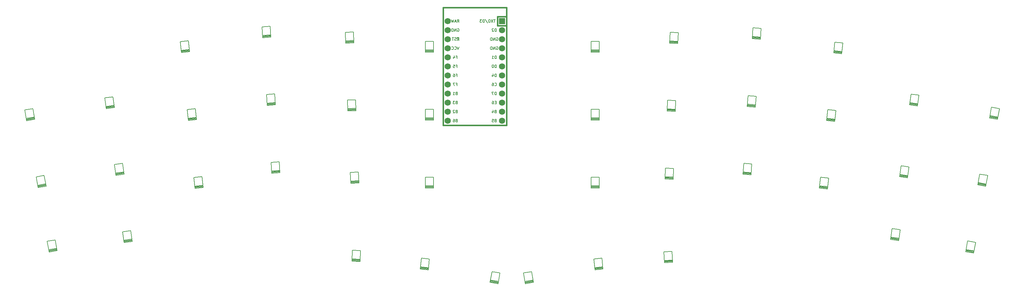
<source format=gbr>
%TF.GenerationSoftware,KiCad,Pcbnew,(6.0.0-0)*%
%TF.CreationDate,2022-01-05T10:07:55+07:00*%
%TF.ProjectId,kibod-01,6b69626f-642d-4303-912e-6b696361645f,rev?*%
%TF.SameCoordinates,Original*%
%TF.FileFunction,Legend,Bot*%
%TF.FilePolarity,Positive*%
%FSLAX46Y46*%
G04 Gerber Fmt 4.6, Leading zero omitted, Abs format (unit mm)*
G04 Created by KiCad (PCBNEW (6.0.0-0)) date 2022-01-05 10:07:55*
%MOMM*%
%LPD*%
G01*
G04 APERTURE LIST*
%ADD10C,0.150000*%
%ADD11C,0.203200*%
%ADD12C,0.381000*%
%ADD13R,1.752600X1.752600*%
%ADD14C,1.752600*%
G04 APERTURE END LIST*
D10*
%TO.C,U1*%
X136404333Y-60395714D02*
X136442428Y-60433809D01*
X136556714Y-60471904D01*
X136632904Y-60471904D01*
X136747190Y-60433809D01*
X136823380Y-60357619D01*
X136861476Y-60281428D01*
X136899571Y-60129047D01*
X136899571Y-60014761D01*
X136861476Y-59862380D01*
X136823380Y-59786190D01*
X136747190Y-59710000D01*
X136632904Y-59671904D01*
X136556714Y-59671904D01*
X136442428Y-59710000D01*
X136404333Y-59748095D01*
X135718619Y-59671904D02*
X135871000Y-59671904D01*
X135947190Y-59710000D01*
X135985285Y-59748095D01*
X136061476Y-59862380D01*
X136099571Y-60014761D01*
X136099571Y-60319523D01*
X136061476Y-60395714D01*
X136023380Y-60433809D01*
X135947190Y-60471904D01*
X135794809Y-60471904D01*
X135718619Y-60433809D01*
X135680523Y-60395714D01*
X135642428Y-60319523D01*
X135642428Y-60129047D01*
X135680523Y-60052857D01*
X135718619Y-60014761D01*
X135794809Y-59976666D01*
X135947190Y-59976666D01*
X136023380Y-60014761D01*
X136061476Y-60052857D01*
X136099571Y-60129047D01*
X126415666Y-49511904D02*
X126149000Y-50311904D01*
X125882333Y-49511904D01*
X125158523Y-50235714D02*
X125196619Y-50273809D01*
X125310904Y-50311904D01*
X125387095Y-50311904D01*
X125501380Y-50273809D01*
X125577571Y-50197619D01*
X125615666Y-50121428D01*
X125653761Y-49969047D01*
X125653761Y-49854761D01*
X125615666Y-49702380D01*
X125577571Y-49626190D01*
X125501380Y-49550000D01*
X125387095Y-49511904D01*
X125310904Y-49511904D01*
X125196619Y-49550000D01*
X125158523Y-49588095D01*
X124358523Y-50235714D02*
X124396619Y-50273809D01*
X124510904Y-50311904D01*
X124587095Y-50311904D01*
X124701380Y-50273809D01*
X124777571Y-50197619D01*
X124815666Y-50121428D01*
X124853761Y-49969047D01*
X124853761Y-49854761D01*
X124815666Y-49702380D01*
X124777571Y-49626190D01*
X124701380Y-49550000D01*
X124587095Y-49511904D01*
X124510904Y-49511904D01*
X124396619Y-49550000D01*
X124358523Y-49588095D01*
X136880523Y-49550000D02*
X136956714Y-49511904D01*
X137071000Y-49511904D01*
X137185285Y-49550000D01*
X137261476Y-49626190D01*
X137299571Y-49702380D01*
X137337666Y-49854761D01*
X137337666Y-49969047D01*
X137299571Y-50121428D01*
X137261476Y-50197619D01*
X137185285Y-50273809D01*
X137071000Y-50311904D01*
X136994809Y-50311904D01*
X136880523Y-50273809D01*
X136842428Y-50235714D01*
X136842428Y-49969047D01*
X136994809Y-49969047D01*
X136499571Y-50311904D02*
X136499571Y-49511904D01*
X136042428Y-50311904D01*
X136042428Y-49511904D01*
X135661476Y-50311904D02*
X135661476Y-49511904D01*
X135471000Y-49511904D01*
X135356714Y-49550000D01*
X135280523Y-49626190D01*
X135242428Y-49702380D01*
X135204333Y-49854761D01*
X135204333Y-49969047D01*
X135242428Y-50121428D01*
X135280523Y-50197619D01*
X135356714Y-50273809D01*
X135471000Y-50311904D01*
X135661476Y-50311904D01*
X125615666Y-54972857D02*
X125882333Y-54972857D01*
X125882333Y-55391904D02*
X125882333Y-54591904D01*
X125501380Y-54591904D01*
X124815666Y-54591904D02*
X125196619Y-54591904D01*
X125234714Y-54972857D01*
X125196619Y-54934761D01*
X125120428Y-54896666D01*
X124929952Y-54896666D01*
X124853761Y-54934761D01*
X124815666Y-54972857D01*
X124777571Y-55049047D01*
X124777571Y-55239523D01*
X124815666Y-55315714D01*
X124853761Y-55353809D01*
X124929952Y-55391904D01*
X125120428Y-55391904D01*
X125196619Y-55353809D01*
X125234714Y-55315714D01*
X125615666Y-60052857D02*
X125882333Y-60052857D01*
X125882333Y-60471904D02*
X125882333Y-59671904D01*
X125501380Y-59671904D01*
X125272809Y-59671904D02*
X124739476Y-59671904D01*
X125082333Y-60471904D01*
X136572348Y-41891904D02*
X136115205Y-41891904D01*
X136343776Y-42691904D02*
X136343776Y-41891904D01*
X135924729Y-41891904D02*
X135391395Y-42691904D01*
X135391395Y-41891904D02*
X135924729Y-42691904D01*
X134934252Y-41891904D02*
X134858062Y-41891904D01*
X134781872Y-41930000D01*
X134743776Y-41968095D01*
X134705681Y-42044285D01*
X134667586Y-42196666D01*
X134667586Y-42387142D01*
X134705681Y-42539523D01*
X134743776Y-42615714D01*
X134781872Y-42653809D01*
X134858062Y-42691904D01*
X134934252Y-42691904D01*
X135010443Y-42653809D01*
X135048538Y-42615714D01*
X135086633Y-42539523D01*
X135124729Y-42387142D01*
X135124729Y-42196666D01*
X135086633Y-42044285D01*
X135048538Y-41968095D01*
X135010443Y-41930000D01*
X134934252Y-41891904D01*
X133753300Y-41853809D02*
X134439014Y-42882380D01*
X133486633Y-42691904D02*
X133486633Y-41891904D01*
X133296157Y-41891904D01*
X133181872Y-41930000D01*
X133105681Y-42006190D01*
X133067586Y-42082380D01*
X133029491Y-42234761D01*
X133029491Y-42349047D01*
X133067586Y-42501428D01*
X133105681Y-42577619D01*
X133181872Y-42653809D01*
X133296157Y-42691904D01*
X133486633Y-42691904D01*
X132762824Y-41891904D02*
X132267586Y-41891904D01*
X132534252Y-42196666D01*
X132419967Y-42196666D01*
X132343776Y-42234761D01*
X132305681Y-42272857D01*
X132267586Y-42349047D01*
X132267586Y-42539523D01*
X132305681Y-42615714D01*
X132343776Y-42653809D01*
X132419967Y-42691904D01*
X132648538Y-42691904D01*
X132724729Y-42653809D01*
X132762824Y-42615714D01*
X136861476Y-57931904D02*
X136861476Y-57131904D01*
X136671000Y-57131904D01*
X136556714Y-57170000D01*
X136480523Y-57246190D01*
X136442428Y-57322380D01*
X136404333Y-57474761D01*
X136404333Y-57589047D01*
X136442428Y-57741428D01*
X136480523Y-57817619D01*
X136556714Y-57893809D01*
X136671000Y-57931904D01*
X136861476Y-57931904D01*
X135718619Y-57398571D02*
X135718619Y-57931904D01*
X135909095Y-57093809D02*
X136099571Y-57665238D01*
X135604333Y-57665238D01*
X125615666Y-57512857D02*
X125882333Y-57512857D01*
X125882333Y-57931904D02*
X125882333Y-57131904D01*
X125501380Y-57131904D01*
X124853761Y-57131904D02*
X125006142Y-57131904D01*
X125082333Y-57170000D01*
X125120428Y-57208095D01*
X125196619Y-57322380D01*
X125234714Y-57474761D01*
X125234714Y-57779523D01*
X125196619Y-57855714D01*
X125158523Y-57893809D01*
X125082333Y-57931904D01*
X124929952Y-57931904D01*
X124853761Y-57893809D01*
X124815666Y-57855714D01*
X124777571Y-57779523D01*
X124777571Y-57589047D01*
X124815666Y-57512857D01*
X124853761Y-57474761D01*
X124929952Y-57436666D01*
X125082333Y-57436666D01*
X125158523Y-57474761D01*
X125196619Y-57512857D01*
X125234714Y-57589047D01*
X125672809Y-67672857D02*
X125558523Y-67710952D01*
X125520428Y-67749047D01*
X125482333Y-67825238D01*
X125482333Y-67939523D01*
X125520428Y-68015714D01*
X125558523Y-68053809D01*
X125634714Y-68091904D01*
X125939476Y-68091904D01*
X125939476Y-67291904D01*
X125672809Y-67291904D01*
X125596619Y-67330000D01*
X125558523Y-67368095D01*
X125520428Y-67444285D01*
X125520428Y-67520476D01*
X125558523Y-67596666D01*
X125596619Y-67634761D01*
X125672809Y-67672857D01*
X125939476Y-67672857D01*
X125177571Y-67368095D02*
X125139476Y-67330000D01*
X125063285Y-67291904D01*
X124872809Y-67291904D01*
X124796619Y-67330000D01*
X124758523Y-67368095D01*
X124720428Y-67444285D01*
X124720428Y-67520476D01*
X124758523Y-67634761D01*
X125215666Y-68091904D01*
X124720428Y-68091904D01*
X136861476Y-45231904D02*
X136861476Y-44431904D01*
X136671000Y-44431904D01*
X136556714Y-44470000D01*
X136480523Y-44546190D01*
X136442428Y-44622380D01*
X136404333Y-44774761D01*
X136404333Y-44889047D01*
X136442428Y-45041428D01*
X136480523Y-45117619D01*
X136556714Y-45193809D01*
X136671000Y-45231904D01*
X136861476Y-45231904D01*
X136099571Y-44508095D02*
X136061476Y-44470000D01*
X135985285Y-44431904D01*
X135794809Y-44431904D01*
X135718619Y-44470000D01*
X135680523Y-44508095D01*
X135642428Y-44584285D01*
X135642428Y-44660476D01*
X135680523Y-44774761D01*
X136137666Y-45231904D01*
X135642428Y-45231904D01*
X136594809Y-70212857D02*
X136480523Y-70250952D01*
X136442428Y-70289047D01*
X136404333Y-70365238D01*
X136404333Y-70479523D01*
X136442428Y-70555714D01*
X136480523Y-70593809D01*
X136556714Y-70631904D01*
X136861476Y-70631904D01*
X136861476Y-69831904D01*
X136594809Y-69831904D01*
X136518619Y-69870000D01*
X136480523Y-69908095D01*
X136442428Y-69984285D01*
X136442428Y-70060476D01*
X136480523Y-70136666D01*
X136518619Y-70174761D01*
X136594809Y-70212857D01*
X136861476Y-70212857D01*
X135680523Y-69831904D02*
X136061476Y-69831904D01*
X136099571Y-70212857D01*
X136061476Y-70174761D01*
X135985285Y-70136666D01*
X135794809Y-70136666D01*
X135718619Y-70174761D01*
X135680523Y-70212857D01*
X135642428Y-70289047D01*
X135642428Y-70479523D01*
X135680523Y-70555714D01*
X135718619Y-70593809D01*
X135794809Y-70631904D01*
X135985285Y-70631904D01*
X136061476Y-70593809D01*
X136099571Y-70555714D01*
X125615666Y-52432857D02*
X125882333Y-52432857D01*
X125882333Y-52851904D02*
X125882333Y-52051904D01*
X125501380Y-52051904D01*
X124853761Y-52318571D02*
X124853761Y-52851904D01*
X125044238Y-52013809D02*
X125234714Y-52585238D01*
X124739476Y-52585238D01*
X125901380Y-42691904D02*
X126168047Y-42310952D01*
X126358523Y-42691904D02*
X126358523Y-41891904D01*
X126053761Y-41891904D01*
X125977571Y-41930000D01*
X125939476Y-41968095D01*
X125901380Y-42044285D01*
X125901380Y-42158571D01*
X125939476Y-42234761D01*
X125977571Y-42272857D01*
X126053761Y-42310952D01*
X126358523Y-42310952D01*
X125596619Y-42463333D02*
X125215666Y-42463333D01*
X125672809Y-42691904D02*
X125406142Y-41891904D01*
X125139476Y-42691904D01*
X124949000Y-41891904D02*
X124758523Y-42691904D01*
X124606142Y-42120476D01*
X124453761Y-42691904D01*
X124263285Y-41891904D01*
X136823380Y-65132857D02*
X136556714Y-65132857D01*
X136442428Y-65551904D02*
X136823380Y-65551904D01*
X136823380Y-64751904D01*
X136442428Y-64751904D01*
X135756714Y-64751904D02*
X135909095Y-64751904D01*
X135985285Y-64790000D01*
X136023380Y-64828095D01*
X136099571Y-64942380D01*
X136137666Y-65094761D01*
X136137666Y-65399523D01*
X136099571Y-65475714D01*
X136061476Y-65513809D01*
X135985285Y-65551904D01*
X135832904Y-65551904D01*
X135756714Y-65513809D01*
X135718619Y-65475714D01*
X135680523Y-65399523D01*
X135680523Y-65209047D01*
X135718619Y-65132857D01*
X135756714Y-65094761D01*
X135832904Y-65056666D01*
X135985285Y-65056666D01*
X136061476Y-65094761D01*
X136099571Y-65132857D01*
X136137666Y-65209047D01*
X136861476Y-52851904D02*
X136861476Y-52051904D01*
X136671000Y-52051904D01*
X136556714Y-52090000D01*
X136480523Y-52166190D01*
X136442428Y-52242380D01*
X136404333Y-52394761D01*
X136404333Y-52509047D01*
X136442428Y-52661428D01*
X136480523Y-52737619D01*
X136556714Y-52813809D01*
X136671000Y-52851904D01*
X136861476Y-52851904D01*
X135642428Y-52851904D02*
X136099571Y-52851904D01*
X135871000Y-52851904D02*
X135871000Y-52051904D01*
X135947190Y-52166190D01*
X136023380Y-52242380D01*
X136099571Y-52280476D01*
X136594809Y-67672857D02*
X136480523Y-67710952D01*
X136442428Y-67749047D01*
X136404333Y-67825238D01*
X136404333Y-67939523D01*
X136442428Y-68015714D01*
X136480523Y-68053809D01*
X136556714Y-68091904D01*
X136861476Y-68091904D01*
X136861476Y-67291904D01*
X136594809Y-67291904D01*
X136518619Y-67330000D01*
X136480523Y-67368095D01*
X136442428Y-67444285D01*
X136442428Y-67520476D01*
X136480523Y-67596666D01*
X136518619Y-67634761D01*
X136594809Y-67672857D01*
X136861476Y-67672857D01*
X135718619Y-67558571D02*
X135718619Y-68091904D01*
X135909095Y-67253809D02*
X136099571Y-67825238D01*
X135604333Y-67825238D01*
X125672809Y-65132857D02*
X125558523Y-65170952D01*
X125520428Y-65209047D01*
X125482333Y-65285238D01*
X125482333Y-65399523D01*
X125520428Y-65475714D01*
X125558523Y-65513809D01*
X125634714Y-65551904D01*
X125939476Y-65551904D01*
X125939476Y-64751904D01*
X125672809Y-64751904D01*
X125596619Y-64790000D01*
X125558523Y-64828095D01*
X125520428Y-64904285D01*
X125520428Y-64980476D01*
X125558523Y-65056666D01*
X125596619Y-65094761D01*
X125672809Y-65132857D01*
X125939476Y-65132857D01*
X125215666Y-64751904D02*
X124720428Y-64751904D01*
X124987095Y-65056666D01*
X124872809Y-65056666D01*
X124796619Y-65094761D01*
X124758523Y-65132857D01*
X124720428Y-65209047D01*
X124720428Y-65399523D01*
X124758523Y-65475714D01*
X124796619Y-65513809D01*
X124872809Y-65551904D01*
X125101380Y-65551904D01*
X125177571Y-65513809D01*
X125215666Y-65475714D01*
X136880523Y-47010000D02*
X136956714Y-46971904D01*
X137071000Y-46971904D01*
X137185285Y-47010000D01*
X137261476Y-47086190D01*
X137299571Y-47162380D01*
X137337666Y-47314761D01*
X137337666Y-47429047D01*
X137299571Y-47581428D01*
X137261476Y-47657619D01*
X137185285Y-47733809D01*
X137071000Y-47771904D01*
X136994809Y-47771904D01*
X136880523Y-47733809D01*
X136842428Y-47695714D01*
X136842428Y-47429047D01*
X136994809Y-47429047D01*
X136499571Y-47771904D02*
X136499571Y-46971904D01*
X136042428Y-47771904D01*
X136042428Y-46971904D01*
X135661476Y-47771904D02*
X135661476Y-46971904D01*
X135471000Y-46971904D01*
X135356714Y-47010000D01*
X135280523Y-47086190D01*
X135242428Y-47162380D01*
X135204333Y-47314761D01*
X135204333Y-47429047D01*
X135242428Y-47581428D01*
X135280523Y-47657619D01*
X135356714Y-47733809D01*
X135471000Y-47771904D01*
X135661476Y-47771904D01*
X125672809Y-70212857D02*
X125558523Y-70250952D01*
X125520428Y-70289047D01*
X125482333Y-70365238D01*
X125482333Y-70479523D01*
X125520428Y-70555714D01*
X125558523Y-70593809D01*
X125634714Y-70631904D01*
X125939476Y-70631904D01*
X125939476Y-69831904D01*
X125672809Y-69831904D01*
X125596619Y-69870000D01*
X125558523Y-69908095D01*
X125520428Y-69984285D01*
X125520428Y-70060476D01*
X125558523Y-70136666D01*
X125596619Y-70174761D01*
X125672809Y-70212857D01*
X125939476Y-70212857D01*
X124796619Y-69831904D02*
X124949000Y-69831904D01*
X125025190Y-69870000D01*
X125063285Y-69908095D01*
X125139476Y-70022380D01*
X125177571Y-70174761D01*
X125177571Y-70479523D01*
X125139476Y-70555714D01*
X125101380Y-70593809D01*
X125025190Y-70631904D01*
X124872809Y-70631904D01*
X124796619Y-70593809D01*
X124758523Y-70555714D01*
X124720428Y-70479523D01*
X124720428Y-70289047D01*
X124758523Y-70212857D01*
X124796619Y-70174761D01*
X124872809Y-70136666D01*
X125025190Y-70136666D01*
X125101380Y-70174761D01*
X125139476Y-70212857D01*
X125177571Y-70289047D01*
X125672809Y-62592857D02*
X125558523Y-62630952D01*
X125520428Y-62669047D01*
X125482333Y-62745238D01*
X125482333Y-62859523D01*
X125520428Y-62935714D01*
X125558523Y-62973809D01*
X125634714Y-63011904D01*
X125939476Y-63011904D01*
X125939476Y-62211904D01*
X125672809Y-62211904D01*
X125596619Y-62250000D01*
X125558523Y-62288095D01*
X125520428Y-62364285D01*
X125520428Y-62440476D01*
X125558523Y-62516666D01*
X125596619Y-62554761D01*
X125672809Y-62592857D01*
X125939476Y-62592857D01*
X124720428Y-63011904D02*
X125177571Y-63011904D01*
X124949000Y-63011904D02*
X124949000Y-62211904D01*
X125025190Y-62326190D01*
X125101380Y-62402380D01*
X125177571Y-62440476D01*
X136861476Y-55391904D02*
X136861476Y-54591904D01*
X136671000Y-54591904D01*
X136556714Y-54630000D01*
X136480523Y-54706190D01*
X136442428Y-54782380D01*
X136404333Y-54934761D01*
X136404333Y-55049047D01*
X136442428Y-55201428D01*
X136480523Y-55277619D01*
X136556714Y-55353809D01*
X136671000Y-55391904D01*
X136861476Y-55391904D01*
X135909095Y-54591904D02*
X135832904Y-54591904D01*
X135756714Y-54630000D01*
X135718619Y-54668095D01*
X135680523Y-54744285D01*
X135642428Y-54896666D01*
X135642428Y-55087142D01*
X135680523Y-55239523D01*
X135718619Y-55315714D01*
X135756714Y-55353809D01*
X135832904Y-55391904D01*
X135909095Y-55391904D01*
X135985285Y-55353809D01*
X136023380Y-55315714D01*
X136061476Y-55239523D01*
X136099571Y-55087142D01*
X136099571Y-54896666D01*
X136061476Y-54744285D01*
X136023380Y-54668095D01*
X135985285Y-54630000D01*
X135909095Y-54591904D01*
X136861476Y-63011904D02*
X136861476Y-62211904D01*
X136671000Y-62211904D01*
X136556714Y-62250000D01*
X136480523Y-62326190D01*
X136442428Y-62402380D01*
X136404333Y-62554761D01*
X136404333Y-62669047D01*
X136442428Y-62821428D01*
X136480523Y-62897619D01*
X136556714Y-62973809D01*
X136671000Y-63011904D01*
X136861476Y-63011904D01*
X136137666Y-62211904D02*
X135604333Y-62211904D01*
X135947190Y-63011904D01*
X125610213Y-47703809D02*
X125495927Y-47741904D01*
X125305451Y-47741904D01*
X125229260Y-47703809D01*
X125191165Y-47665714D01*
X125153070Y-47589523D01*
X125153070Y-47513333D01*
X125191165Y-47437142D01*
X125229260Y-47399047D01*
X125305451Y-47360952D01*
X125457832Y-47322857D01*
X125534022Y-47284761D01*
X125572118Y-47246666D01*
X125610213Y-47170476D01*
X125610213Y-47094285D01*
X125572118Y-47018095D01*
X125534022Y-46980000D01*
X125457832Y-46941904D01*
X125267356Y-46941904D01*
X125153070Y-46980000D01*
X124924499Y-46941904D02*
X124467356Y-46941904D01*
X124695927Y-47741904D02*
X124695927Y-46941904D01*
X125958523Y-44470000D02*
X126034714Y-44431904D01*
X126149000Y-44431904D01*
X126263285Y-44470000D01*
X126339476Y-44546190D01*
X126377571Y-44622380D01*
X126415666Y-44774761D01*
X126415666Y-44889047D01*
X126377571Y-45041428D01*
X126339476Y-45117619D01*
X126263285Y-45193809D01*
X126149000Y-45231904D01*
X126072809Y-45231904D01*
X125958523Y-45193809D01*
X125920428Y-45155714D01*
X125920428Y-44889047D01*
X126072809Y-44889047D01*
X125577571Y-45231904D02*
X125577571Y-44431904D01*
X125120428Y-45231904D01*
X125120428Y-44431904D01*
X124739476Y-45231904D02*
X124739476Y-44431904D01*
X124549000Y-44431904D01*
X124434714Y-44470000D01*
X124358523Y-44546190D01*
X124320428Y-44622380D01*
X124282333Y-44774761D01*
X124282333Y-44889047D01*
X124320428Y-45041428D01*
X124358523Y-45117619D01*
X124434714Y-45193809D01*
X124549000Y-45231904D01*
X124739476Y-45231904D01*
D11*
%TO.C,D-0-0*%
X4609725Y-67277633D02*
X6860995Y-66880673D01*
D10*
X7274302Y-69472276D02*
X5107724Y-69854302D01*
D11*
X5139005Y-70279327D02*
X4609725Y-67277633D01*
D10*
X5142454Y-70051263D02*
X7210550Y-69686602D01*
D11*
X7390275Y-69882367D02*
X5139005Y-70279327D01*
D10*
X7309031Y-69669237D02*
X7210550Y-69686602D01*
D11*
X6860995Y-66880673D02*
X7390275Y-69882367D01*
D10*
X5072995Y-69657340D02*
X7239572Y-69275314D01*
X7210550Y-69686602D02*
X7309031Y-69669237D01*
D11*
%TO.C,D-0-1*%
X27056024Y-63881713D02*
X29319777Y-63563564D01*
D10*
X29670220Y-66366065D02*
X29571193Y-66379982D01*
D11*
X29319777Y-63563564D02*
X29743976Y-66581901D01*
X27480223Y-66900050D02*
X27056024Y-63881713D01*
D10*
X27435961Y-66276139D02*
X29614551Y-65969958D01*
X27491630Y-66672246D02*
X29571193Y-66379982D01*
D11*
X29743976Y-66581901D02*
X27480223Y-66900050D01*
D10*
X29571193Y-66379982D02*
X29670220Y-66366065D01*
X29642385Y-66168011D02*
X27463796Y-66474192D01*
%TO.C,D-0-2*%
X48571913Y-50937860D02*
X50660409Y-50718350D01*
D11*
X48552563Y-51165127D02*
X48233960Y-48133825D01*
X50507437Y-47894873D02*
X50826040Y-50926175D01*
X50826040Y-50926175D02*
X48552563Y-51165127D01*
D10*
X50759861Y-50707897D02*
X50660409Y-50718350D01*
X48530102Y-50540051D02*
X50718050Y-50310088D01*
D11*
X48233960Y-48133825D02*
X50507437Y-47894873D01*
D10*
X50660409Y-50718350D02*
X50759861Y-50707897D01*
X50738955Y-50508993D02*
X48551007Y-50738955D01*
%TO.C,D-0-3*%
X73564053Y-46415189D02*
X71369412Y-46568654D01*
D11*
X71356093Y-46994620D02*
X71143475Y-43954045D01*
X71143475Y-43954045D02*
X73423907Y-43794582D01*
D10*
X73578004Y-46614702D02*
X73478247Y-46621678D01*
X71383363Y-46768166D02*
X73478247Y-46621678D01*
D11*
X73423907Y-43794582D02*
X73636525Y-46835157D01*
D10*
X73478247Y-46621678D02*
X73578004Y-46614702D01*
D11*
X73636525Y-46835157D02*
X71356093Y-46994620D01*
D10*
X71355460Y-46369141D02*
X73550101Y-46215677D01*
%TO.C,D-0-4*%
X96744760Y-48200458D02*
X96844699Y-48196968D01*
D11*
X96789117Y-45373187D02*
X96895491Y-48419330D01*
X96895491Y-48419330D02*
X94610883Y-48499111D01*
X94504509Y-45452968D02*
X96789117Y-45373187D01*
D10*
X96844699Y-48196968D02*
X96744760Y-48200458D01*
X94632080Y-47873990D02*
X96830739Y-47797211D01*
X96837719Y-47997089D02*
X94639060Y-48073868D01*
D11*
X94610883Y-48499111D02*
X94504509Y-45452968D01*
D10*
X94646039Y-48273747D02*
X96744760Y-48200458D01*
%TO.C,D-0-5*%
X117010000Y-50830000D02*
X119110000Y-50830000D01*
D11*
X119253000Y-51054000D02*
X116967000Y-51054000D01*
X116967000Y-48006000D02*
X119253000Y-48006000D01*
D10*
X117010000Y-50430000D02*
X119210000Y-50430000D01*
D11*
X116967000Y-51054000D02*
X116967000Y-48006000D01*
D10*
X119210000Y-50830000D02*
X119110000Y-50830000D01*
X119210000Y-50630000D02*
X117010000Y-50630000D01*
D11*
X119253000Y-48006000D02*
X119253000Y-51054000D01*
D10*
X119110000Y-50830000D02*
X119210000Y-50830000D01*
%TO.C,D-1-0*%
X10474302Y-88220606D02*
X8307724Y-88602632D01*
X8342454Y-88799593D02*
X10410550Y-88434932D01*
D11*
X8339005Y-89027657D02*
X7809725Y-86025963D01*
D10*
X8272995Y-88405670D02*
X10439572Y-88023644D01*
D11*
X7809725Y-86025963D02*
X10060995Y-85629003D01*
X10590275Y-88630697D02*
X8339005Y-89027657D01*
X10060995Y-85629003D02*
X10590275Y-88630697D01*
D10*
X10410550Y-88434932D02*
X10509031Y-88417567D01*
X10509031Y-88417567D02*
X10410550Y-88434932D01*
%TO.C,D-1-1*%
X32342385Y-84855869D02*
X30163796Y-85162050D01*
D11*
X32019777Y-82251422D02*
X32443976Y-85269759D01*
D10*
X30135961Y-84963997D02*
X32314551Y-84657816D01*
X32271193Y-85067840D02*
X32370220Y-85053923D01*
X30191630Y-85360104D02*
X32271193Y-85067840D01*
X32370220Y-85053923D02*
X32271193Y-85067840D01*
D11*
X29756024Y-82569571D02*
X32019777Y-82251422D01*
X30180223Y-85587908D02*
X29756024Y-82569571D01*
X32443976Y-85269759D02*
X30180223Y-85587908D01*
D10*
%TO.C,D-1-2*%
X52708955Y-69558993D02*
X50521007Y-69788955D01*
D11*
X50203960Y-67183825D02*
X52477437Y-66944873D01*
D10*
X50500102Y-69590051D02*
X52688050Y-69360088D01*
X50541913Y-69987860D02*
X52630409Y-69768350D01*
X52630409Y-69768350D02*
X52729861Y-69757897D01*
D11*
X52796040Y-69976175D02*
X50522563Y-70215127D01*
X52477437Y-66944873D02*
X52796040Y-69976175D01*
X50522563Y-70215127D02*
X50203960Y-67183825D01*
D10*
X52729861Y-69757897D02*
X52630409Y-69768350D01*
%TO.C,D-1-3*%
X74848004Y-65618297D02*
X74748247Y-65625273D01*
D11*
X72626093Y-65998215D02*
X72413475Y-62957640D01*
X74906525Y-65838752D02*
X72626093Y-65998215D01*
X72413475Y-62957640D02*
X74693907Y-62798177D01*
D10*
X74748247Y-65625273D02*
X74848004Y-65618297D01*
X72653363Y-65771761D02*
X74748247Y-65625273D01*
X74834053Y-65418784D02*
X72639412Y-65572249D01*
D11*
X74693907Y-62798177D02*
X74906525Y-65838752D01*
D10*
X72625460Y-65372736D02*
X74820101Y-65219272D01*
D11*
%TO.C,D-1-4*%
X97389117Y-64411583D02*
X97495491Y-67457726D01*
X95104509Y-64491364D02*
X97389117Y-64411583D01*
D10*
X97344760Y-67238854D02*
X97444699Y-67235364D01*
D11*
X97495491Y-67457726D02*
X95210883Y-67537507D01*
D10*
X97437719Y-67035485D02*
X95239060Y-67112264D01*
X95246039Y-67312143D02*
X97344760Y-67238854D01*
X97444699Y-67235364D02*
X97344760Y-67238854D01*
X95232080Y-66912386D02*
X97430739Y-66835607D01*
D11*
X95210883Y-67537507D02*
X95104509Y-64491364D01*
D10*
%TO.C,D-1-5*%
X117010000Y-69480000D02*
X119210000Y-69480000D01*
X119210000Y-69880000D02*
X119110000Y-69880000D01*
X117010000Y-69880000D02*
X119110000Y-69880000D01*
D11*
X119253000Y-70104000D02*
X116967000Y-70104000D01*
X119253000Y-67056000D02*
X119253000Y-70104000D01*
X116967000Y-67056000D02*
X119253000Y-67056000D01*
X116967000Y-70104000D02*
X116967000Y-67056000D01*
D10*
X119110000Y-69880000D02*
X119210000Y-69880000D01*
X119210000Y-69680000D02*
X117010000Y-69680000D01*
%TO.C,D-2-0*%
X13574302Y-106302276D02*
X11407724Y-106684302D01*
X13510550Y-106516602D02*
X13609031Y-106499237D01*
D11*
X11439005Y-107109327D02*
X10909725Y-104107633D01*
D10*
X11372995Y-106487340D02*
X13539572Y-106105314D01*
X13609031Y-106499237D02*
X13510550Y-106516602D01*
D11*
X13690275Y-106712367D02*
X11439005Y-107109327D01*
D10*
X11442454Y-106881263D02*
X13510550Y-106516602D01*
D11*
X13160995Y-103710673D02*
X13690275Y-106712367D01*
X10909725Y-104107633D02*
X13160995Y-103710673D01*
%TO.C,D-2-1*%
X34319777Y-101116029D02*
X34743976Y-104134366D01*
X32056024Y-101434178D02*
X34319777Y-101116029D01*
X34743976Y-104134366D02*
X32480223Y-104452515D01*
D10*
X34571193Y-103932447D02*
X34670220Y-103918530D01*
D11*
X32480223Y-104452515D02*
X32056024Y-101434178D01*
D10*
X34670220Y-103918530D02*
X34571193Y-103932447D01*
X34642385Y-103720476D02*
X32463796Y-104026657D01*
X32435961Y-103828604D02*
X34614551Y-103522423D01*
X32491630Y-104224711D02*
X34571193Y-103932447D01*
%TO.C,D-2-2*%
X54569861Y-88807897D02*
X54470409Y-88818350D01*
D11*
X54317437Y-85994873D02*
X54636040Y-89026175D01*
X52362563Y-89265127D02*
X52043960Y-86233825D01*
D10*
X52340102Y-88640051D02*
X54528050Y-88410088D01*
X54470409Y-88818350D02*
X54569861Y-88807897D01*
D11*
X54636040Y-89026175D02*
X52362563Y-89265127D01*
D10*
X52381913Y-89037860D02*
X54470409Y-88818350D01*
X54548955Y-88608993D02*
X52361007Y-88838955D01*
D11*
X52043960Y-86233825D02*
X54317437Y-85994873D01*
D10*
%TO.C,D-2-3*%
X73895460Y-84376331D02*
X76090101Y-84222867D01*
X76104053Y-84422379D02*
X73909412Y-84575844D01*
D11*
X75963907Y-81801772D02*
X76176525Y-84842347D01*
X73683475Y-81961235D02*
X75963907Y-81801772D01*
X73896093Y-85001810D02*
X73683475Y-81961235D01*
D10*
X76018247Y-84628868D02*
X76118004Y-84621892D01*
X73923363Y-84775356D02*
X76018247Y-84628868D01*
D11*
X76176525Y-84842347D02*
X73896093Y-85001810D01*
D10*
X76118004Y-84621892D02*
X76018247Y-84628868D01*
D11*
%TO.C,D-2-4*%
X96010883Y-87845128D02*
X95904509Y-84798985D01*
D10*
X98244699Y-87542985D02*
X98144760Y-87546475D01*
D11*
X98189117Y-84719204D02*
X98295491Y-87765347D01*
D10*
X98237719Y-87343106D02*
X96039060Y-87419885D01*
D11*
X95904509Y-84798985D02*
X98189117Y-84719204D01*
D10*
X96046039Y-87619764D02*
X98144760Y-87546475D01*
X98144760Y-87546475D02*
X98244699Y-87542985D01*
X96032080Y-87220007D02*
X98230739Y-87143228D01*
D11*
X98295491Y-87765347D02*
X96010883Y-87845128D01*
D10*
%TO.C,D-2-5*%
X119210000Y-88730000D02*
X117010000Y-88730000D01*
X117010000Y-88930000D02*
X119110000Y-88930000D01*
X117010000Y-88530000D02*
X119210000Y-88530000D01*
D11*
X116967000Y-86106000D02*
X119253000Y-86106000D01*
X116967000Y-89154000D02*
X116967000Y-86106000D01*
X119253000Y-89154000D02*
X116967000Y-89154000D01*
X119253000Y-86106000D02*
X119253000Y-89154000D01*
D10*
X119210000Y-88930000D02*
X119110000Y-88930000D01*
X119110000Y-88930000D02*
X119210000Y-88930000D01*
D11*
%TO.C,D-3-3*%
X96404509Y-109699115D02*
X96510883Y-106652972D01*
D10*
X98660940Y-109353653D02*
X96462281Y-109276874D01*
X96469261Y-109076996D02*
X98667920Y-109153775D01*
D11*
X98689117Y-109778896D02*
X96404509Y-109699115D01*
X98795491Y-106732753D02*
X98689117Y-109778896D01*
D10*
X98554021Y-109550042D02*
X98653961Y-109553532D01*
X96455301Y-109476753D02*
X98554021Y-109550042D01*
D11*
X96510883Y-106652972D02*
X98795491Y-106732753D01*
D10*
X98653961Y-109553532D02*
X98554021Y-109550042D01*
D11*
%TO.C,D-3-4*%
X117777437Y-112125127D02*
X115503960Y-111886175D01*
D10*
X115570139Y-111667897D02*
X117658635Y-111887407D01*
X115611950Y-111270088D02*
X117799898Y-111500051D01*
X117758087Y-111897860D02*
X117658635Y-111887407D01*
D11*
X115822563Y-108854873D02*
X118096040Y-109093825D01*
X118096040Y-109093825D02*
X117777437Y-112125127D01*
D10*
X117778993Y-111698955D02*
X115591045Y-111468993D01*
D11*
X115503960Y-111886175D02*
X115822563Y-108854873D01*
D10*
X117658635Y-111887407D02*
X117758087Y-111897860D01*
%TO.C,D-3-5*%
X135190969Y-115389237D02*
X137259065Y-115753898D01*
X135260428Y-114995314D02*
X137427005Y-115377340D01*
X137357546Y-115771263D02*
X137259065Y-115753898D01*
D11*
X135639005Y-112600673D02*
X137890275Y-112997633D01*
D10*
X137259065Y-115753898D02*
X137357546Y-115771263D01*
X137392276Y-115574302D02*
X135225698Y-115192276D01*
D11*
X135109725Y-115602367D02*
X135639005Y-112600673D01*
X137890275Y-112997633D02*
X137360995Y-115999327D01*
X137360995Y-115999327D02*
X135109725Y-115602367D01*
D10*
%TO.C,D-0-0-B1*%
X277474403Y-69469214D02*
X275307825Y-69087188D01*
X277439673Y-69666175D02*
X277341192Y-69648810D01*
X277341192Y-69648810D02*
X277439673Y-69666175D01*
D11*
X277443122Y-69894239D02*
X275191852Y-69497279D01*
X275191852Y-69497279D02*
X275721132Y-66495585D01*
X275721132Y-66495585D02*
X277972402Y-66892545D01*
D10*
X275342555Y-68890226D02*
X277509132Y-69272252D01*
D11*
X277972402Y-66892545D02*
X277443122Y-69894239D01*
D10*
X275273096Y-69284149D02*
X277341192Y-69648810D01*
%TO.C,D-0-1-B1*%
X252811907Y-65618179D02*
X254891470Y-65910443D01*
D11*
X255426103Y-63133827D02*
X255001904Y-66152164D01*
D10*
X255018331Y-65726306D02*
X252839742Y-65420125D01*
D11*
X253162350Y-62815678D02*
X255426103Y-63133827D01*
D10*
X254891470Y-65910443D02*
X254990497Y-65924360D01*
D11*
X255001904Y-66152164D02*
X252738151Y-65834015D01*
D10*
X252867576Y-65222072D02*
X255046166Y-65528253D01*
D11*
X252738151Y-65834015D02*
X253162350Y-62815678D01*
D10*
X254990497Y-65924360D02*
X254891470Y-65910443D01*
%TO.C,D-0-2-B1*%
X233640762Y-51276524D02*
X233740214Y-51286977D01*
X231552266Y-51057014D02*
X233640762Y-51276524D01*
D11*
X231804690Y-48243990D02*
X234078167Y-48482942D01*
D10*
X231594077Y-50659205D02*
X233782025Y-50889168D01*
D11*
X231486087Y-51275292D02*
X231804690Y-48243990D01*
D10*
X233761120Y-51088072D02*
X231573172Y-50858110D01*
X233740214Y-51286977D02*
X233640762Y-51276524D01*
D11*
X233759564Y-51514244D02*
X231486087Y-51275292D01*
X234078167Y-48482942D02*
X233759564Y-51514244D01*
%TO.C,D-0-3-B1*%
X210916034Y-47441335D02*
X208635602Y-47281872D01*
X211128652Y-44400760D02*
X210916034Y-47441335D01*
D10*
X210902715Y-47015369D02*
X208708074Y-46861904D01*
D11*
X208848220Y-44241297D02*
X211128652Y-44400760D01*
D10*
X210888764Y-47214881D02*
X210789008Y-47207906D01*
D11*
X208635602Y-47281872D02*
X208848220Y-44241297D01*
D10*
X208722026Y-46662392D02*
X210916667Y-46815856D01*
X208694123Y-47061417D02*
X210789008Y-47207906D01*
X210789008Y-47207906D02*
X210888764Y-47214881D01*
%TO.C,D-0-4-B1*%
X187743067Y-48204759D02*
X185544408Y-48127980D01*
X187736088Y-48404638D02*
X187636148Y-48401148D01*
D11*
X185593010Y-45504078D02*
X187877618Y-45583859D01*
D10*
X185537428Y-48327859D02*
X187636148Y-48401148D01*
D11*
X187771244Y-48630002D02*
X185486636Y-48550221D01*
D10*
X185551388Y-47928102D02*
X187750047Y-48004881D01*
D11*
X187877618Y-45583859D02*
X187771244Y-48630002D01*
X185486636Y-48550221D02*
X185593010Y-45504078D01*
D10*
X187636148Y-48401148D02*
X187736088Y-48404638D01*
D11*
%TO.C,D-0-5-B1*%
X165725127Y-51054000D02*
X163439127Y-51054000D01*
X165725127Y-48006000D02*
X165725127Y-51054000D01*
D10*
X165682127Y-50630000D02*
X163482127Y-50630000D01*
X163482127Y-50830000D02*
X165582127Y-50830000D01*
D11*
X163439127Y-48006000D02*
X165725127Y-48006000D01*
D10*
X163482127Y-50430000D02*
X165682127Y-50430000D01*
D11*
X163439127Y-51054000D02*
X163439127Y-48006000D01*
D10*
X165682127Y-50830000D02*
X165582127Y-50830000D01*
X165582127Y-50830000D02*
X165682127Y-50830000D01*
%TO.C,D-1-0-B1*%
X272042555Y-87650811D02*
X274209132Y-88032837D01*
X274041192Y-88409395D02*
X274139673Y-88426760D01*
X274139673Y-88426760D02*
X274041192Y-88409395D01*
X274174403Y-88229799D02*
X272007825Y-87847773D01*
D11*
X274143122Y-88654824D02*
X271891852Y-88257864D01*
D10*
X271973096Y-88044734D02*
X274041192Y-88409395D01*
D11*
X272421132Y-85256170D02*
X274672402Y-85653130D01*
X271891852Y-88257864D02*
X272421132Y-85256170D01*
X274672402Y-85653130D02*
X274143122Y-88654824D01*
%TO.C,D-1-1-B1*%
X249938151Y-85968622D02*
X250362350Y-82950285D01*
D10*
X250067576Y-85356679D02*
X252246166Y-85662860D01*
X252091470Y-86045050D02*
X252190497Y-86058967D01*
X250011907Y-85752786D02*
X252091470Y-86045050D01*
D11*
X252626103Y-83268434D02*
X252201904Y-86286771D01*
X252201904Y-86286771D02*
X249938151Y-85968622D01*
D10*
X252190497Y-86058967D02*
X252091470Y-86045050D01*
D11*
X250362350Y-82950285D02*
X252626103Y-83268434D01*
D10*
X252218331Y-85860913D02*
X250039742Y-85554732D01*
%TO.C,D-1-2-B1*%
X231740214Y-70232619D02*
X231640762Y-70222166D01*
X231761120Y-70033714D02*
X229573172Y-69803752D01*
X231640762Y-70222166D02*
X231740214Y-70232619D01*
X229594077Y-69604847D02*
X231782025Y-69834810D01*
D11*
X231759564Y-70459886D02*
X229486087Y-70220934D01*
D10*
X229552266Y-70002656D02*
X231640762Y-70222166D01*
D11*
X229486087Y-70220934D02*
X229804690Y-67189632D01*
X232078167Y-67428584D02*
X231759564Y-70459886D01*
X229804690Y-67189632D02*
X232078167Y-67428584D01*
D10*
%TO.C,D-1-3-B1*%
X207294123Y-66065013D02*
X209389008Y-66211502D01*
X209502715Y-66018965D02*
X207308074Y-65865500D01*
X209488764Y-66218477D02*
X209389008Y-66211502D01*
D11*
X209516034Y-66444931D02*
X207235602Y-66285468D01*
D10*
X209389008Y-66211502D02*
X209488764Y-66218477D01*
D11*
X207235602Y-66285468D02*
X207448220Y-63244893D01*
X207448220Y-63244893D02*
X209728652Y-63404356D01*
X209728652Y-63404356D02*
X209516034Y-66444931D01*
D10*
X207322026Y-65665988D02*
X209516667Y-65819452D01*
%TO.C,D-1-4-B1*%
X184851388Y-66966497D02*
X187050047Y-67043276D01*
X187036088Y-67443033D02*
X186936148Y-67439543D01*
D11*
X187177618Y-64622254D02*
X187071244Y-67668397D01*
X184786636Y-67588616D02*
X184893010Y-64542473D01*
X184893010Y-64542473D02*
X187177618Y-64622254D01*
D10*
X184837428Y-67366254D02*
X186936148Y-67439543D01*
X186936148Y-67439543D02*
X187036088Y-67443033D01*
X187043067Y-67243154D02*
X184844408Y-67166375D01*
D11*
X187071244Y-67668397D02*
X184786636Y-67588616D01*
D10*
%TO.C,D-1-5-B1*%
X165582127Y-69880000D02*
X165682127Y-69880000D01*
D11*
X163439127Y-67056000D02*
X165725127Y-67056000D01*
D10*
X165682127Y-69680000D02*
X163482127Y-69680000D01*
D11*
X165725127Y-70104000D02*
X163439127Y-70104000D01*
D10*
X163482127Y-69480000D02*
X165682127Y-69480000D01*
X163482127Y-69880000D02*
X165582127Y-69880000D01*
D11*
X163439127Y-70104000D02*
X163439127Y-67056000D01*
X165725127Y-67056000D02*
X165725127Y-70104000D01*
D10*
X165682127Y-69880000D02*
X165582127Y-69880000D01*
D11*
%TO.C,D-2-0-B1*%
X271272402Y-104413719D02*
X270743122Y-107415413D01*
X269021132Y-104016759D02*
X271272402Y-104413719D01*
X268491852Y-107018453D02*
X269021132Y-104016759D01*
D10*
X268573096Y-106805323D02*
X270641192Y-107169984D01*
D11*
X270743122Y-107415413D02*
X268491852Y-107018453D01*
D10*
X268642555Y-106411400D02*
X270809132Y-106793426D01*
X270774403Y-106990388D02*
X268607825Y-106608362D01*
X270641192Y-107169984D02*
X270739673Y-107187349D01*
X270739673Y-107187349D02*
X270641192Y-107169984D01*
%TO.C,D-2-1-B1*%
X247511907Y-103347392D02*
X249591470Y-103639656D01*
X247567576Y-102951285D02*
X249746166Y-103257466D01*
D11*
X247862350Y-100544891D02*
X250126103Y-100863040D01*
X249701904Y-103881377D02*
X247438151Y-103563228D01*
D10*
X249690497Y-103653573D02*
X249591470Y-103639656D01*
X249718331Y-103455519D02*
X247539742Y-103149338D01*
X249591470Y-103639656D02*
X249690497Y-103653573D01*
D11*
X250126103Y-100863040D02*
X249701904Y-103881377D01*
X247438151Y-103563228D02*
X247862350Y-100544891D01*
%TO.C,D-2-2-B1*%
X230078167Y-86374225D02*
X229759564Y-89405527D01*
X227804690Y-86135273D02*
X230078167Y-86374225D01*
D10*
X227552266Y-88948297D02*
X229640762Y-89167807D01*
X229761120Y-88979355D02*
X227573172Y-88749393D01*
X229740214Y-89178260D02*
X229640762Y-89167807D01*
X229640762Y-89167807D02*
X229740214Y-89178260D01*
X227594077Y-88550488D02*
X229782025Y-88780451D01*
D11*
X229759564Y-89405527D02*
X227486087Y-89166575D01*
X227486087Y-89166575D02*
X227804690Y-86135273D01*
%TO.C,D-2-3-B1*%
X206248220Y-82248488D02*
X208528652Y-82407951D01*
D10*
X206094123Y-85068608D02*
X208189008Y-85215097D01*
X206122026Y-84669583D02*
X208316667Y-84823047D01*
X208302715Y-85022560D02*
X206108074Y-84869095D01*
X208288764Y-85222072D02*
X208189008Y-85215097D01*
D11*
X208528652Y-82407951D02*
X208316034Y-85448526D01*
X206035602Y-85289063D02*
X206248220Y-82248488D01*
D10*
X208189008Y-85215097D02*
X208288764Y-85222072D01*
D11*
X208316034Y-85448526D02*
X206035602Y-85289063D01*
D10*
%TO.C,D-2-4-B1*%
X184237428Y-86404650D02*
X186336148Y-86477939D01*
D11*
X186471244Y-86706793D02*
X184186636Y-86627012D01*
X186577618Y-83660650D02*
X186471244Y-86706793D01*
X184186636Y-86627012D02*
X184293010Y-83580869D01*
D10*
X184251388Y-86004893D02*
X186450047Y-86081672D01*
X186336148Y-86477939D02*
X186436088Y-86481429D01*
X186443067Y-86281550D02*
X184244408Y-86204771D01*
D11*
X184293010Y-83580869D02*
X186577618Y-83660650D01*
D10*
X186436088Y-86481429D02*
X186336148Y-86477939D01*
D11*
%TO.C,D-2-5-B1*%
X163439127Y-86106000D02*
X165725127Y-86106000D01*
D10*
X163482127Y-88930000D02*
X165582127Y-88930000D01*
X165582127Y-88930000D02*
X165682127Y-88930000D01*
D11*
X163439127Y-89154000D02*
X163439127Y-86106000D01*
D10*
X165682127Y-88930000D02*
X165582127Y-88930000D01*
D11*
X165725127Y-89154000D02*
X163439127Y-89154000D01*
D10*
X163482127Y-88530000D02*
X165682127Y-88530000D01*
X165682127Y-88730000D02*
X163482127Y-88730000D01*
D11*
X165725127Y-86106000D02*
X165725127Y-89154000D01*
%TO.C,D-3-3-B1*%
X186171244Y-106960135D02*
X186277618Y-110006278D01*
D10*
X184028166Y-109860695D02*
X186126887Y-109787406D01*
X186226826Y-109783916D02*
X186126887Y-109787406D01*
D11*
X183993010Y-110086059D02*
X183886636Y-107039916D01*
D10*
X184014207Y-109460938D02*
X186212866Y-109384159D01*
X186219846Y-109584037D02*
X184021187Y-109660816D01*
D11*
X183886636Y-107039916D02*
X186171244Y-106960135D01*
D10*
X186126887Y-109787406D02*
X186226826Y-109783916D01*
D11*
X186277618Y-110006278D02*
X183993010Y-110086059D01*
%TO.C,D-3-4-B1*%
X166788167Y-111886175D02*
X164514690Y-112125127D01*
D10*
X166721988Y-111667897D02*
X166622536Y-111678350D01*
D11*
X164514690Y-112125127D02*
X164196087Y-109093825D01*
D10*
X166701082Y-111468993D02*
X164513134Y-111698955D01*
X164534040Y-111897860D02*
X166622536Y-111678350D01*
D11*
X164196087Y-109093825D02*
X166469564Y-108854873D01*
D10*
X166622536Y-111678350D02*
X166721988Y-111667897D01*
X164492229Y-111500051D02*
X166680177Y-111270088D01*
D11*
X166469564Y-108854873D02*
X166788167Y-111886175D01*
%TO.C,D-3-5-B1*%
X145021132Y-115999327D02*
X144491852Y-112997633D01*
X147272402Y-115602367D02*
X145021132Y-115999327D01*
D10*
X145024581Y-115771263D02*
X147092677Y-115406602D01*
X147191158Y-115389237D02*
X147092677Y-115406602D01*
D11*
X146743122Y-112600673D02*
X147272402Y-115602367D01*
D10*
X147156429Y-115192276D02*
X144989851Y-115574302D01*
X147092677Y-115406602D02*
X147191158Y-115389237D01*
D11*
X144491852Y-112997633D02*
X146743122Y-112600673D01*
D10*
X144955122Y-115377340D02*
X147121699Y-114995314D01*
D12*
%TO.C,U1*%
X121920000Y-71540000D02*
X121920000Y-41060000D01*
X121920000Y-41060000D02*
X121920000Y-38520000D01*
X137160000Y-41060000D02*
X139700000Y-41060000D01*
X139700000Y-71540000D02*
X121920000Y-71540000D01*
X139700000Y-38520000D02*
X139700000Y-41060000D01*
X121920000Y-38520000D02*
X139700000Y-38520000D01*
X139700000Y-41060000D02*
X139700000Y-71540000D01*
X137160000Y-43600000D02*
X139700000Y-43600000D01*
X137160000Y-41060000D02*
X137160000Y-43600000D01*
D10*
X125878432Y-47539360D02*
X125878432Y-47739360D01*
X125878432Y-47739360D02*
X125978432Y-47739360D01*
X125978432Y-47739360D02*
X125978432Y-47539360D01*
X125978432Y-47539360D02*
X125878432Y-47539360D01*
G36*
X125978432Y-47739360D02*
G01*
X125878432Y-47739360D01*
X125878432Y-47539360D01*
X125978432Y-47539360D01*
X125978432Y-47739360D01*
G37*
X125978432Y-47739360D02*
X125878432Y-47739360D01*
X125878432Y-47539360D01*
X125978432Y-47539360D01*
X125978432Y-47739360D01*
X125878432Y-46939360D02*
X125878432Y-47039360D01*
X125878432Y-47039360D02*
X126378432Y-47039360D01*
X126378432Y-47039360D02*
X126378432Y-46939360D01*
X126378432Y-46939360D02*
X125878432Y-46939360D01*
G36*
X126378432Y-47039360D02*
G01*
X125878432Y-47039360D01*
X125878432Y-46939360D01*
X126378432Y-46939360D01*
X126378432Y-47039360D01*
G37*
X126378432Y-47039360D02*
X125878432Y-47039360D01*
X125878432Y-46939360D01*
X126378432Y-46939360D01*
X126378432Y-47039360D01*
X126278432Y-46939360D02*
X126278432Y-47739360D01*
X126278432Y-47739360D02*
X126378432Y-47739360D01*
X126378432Y-47739360D02*
X126378432Y-46939360D01*
X126378432Y-46939360D02*
X126278432Y-46939360D01*
G36*
X126378432Y-47739360D02*
G01*
X126278432Y-47739360D01*
X126278432Y-46939360D01*
X126378432Y-46939360D01*
X126378432Y-47739360D01*
G37*
X126378432Y-47739360D02*
X126278432Y-47739360D01*
X126278432Y-46939360D01*
X126378432Y-46939360D01*
X126378432Y-47739360D01*
X125878432Y-46939360D02*
X125878432Y-47239360D01*
X125878432Y-47239360D02*
X125978432Y-47239360D01*
X125978432Y-47239360D02*
X125978432Y-46939360D01*
X125978432Y-46939360D02*
X125878432Y-46939360D01*
G36*
X125978432Y-47239360D02*
G01*
X125878432Y-47239360D01*
X125878432Y-46939360D01*
X125978432Y-46939360D01*
X125978432Y-47239360D01*
G37*
X125978432Y-47239360D02*
X125878432Y-47239360D01*
X125878432Y-46939360D01*
X125978432Y-46939360D01*
X125978432Y-47239360D01*
X126078432Y-47339360D02*
X126078432Y-47439360D01*
X126078432Y-47439360D02*
X126178432Y-47439360D01*
X126178432Y-47439360D02*
X126178432Y-47339360D01*
X126178432Y-47339360D02*
X126078432Y-47339360D01*
G36*
X126178432Y-47439360D02*
G01*
X126078432Y-47439360D01*
X126078432Y-47339360D01*
X126178432Y-47339360D01*
X126178432Y-47439360D01*
G37*
X126178432Y-47439360D02*
X126078432Y-47439360D01*
X126078432Y-47339360D01*
X126178432Y-47339360D01*
X126178432Y-47439360D01*
%TD*%
D13*
%TO.C,U1*%
X138430000Y-42330000D03*
D14*
X138430000Y-44870000D03*
X138430000Y-47410000D03*
X138430000Y-49950000D03*
X138430000Y-52490000D03*
X138430000Y-55030000D03*
X138430000Y-57570000D03*
X138430000Y-60110000D03*
X138430000Y-62650000D03*
X138430000Y-65190000D03*
X138430000Y-67730000D03*
X138430000Y-70270000D03*
X123190000Y-70270000D03*
X123190000Y-67730000D03*
X123190000Y-65190000D03*
X123190000Y-62650000D03*
X123190000Y-60110000D03*
X123190000Y-57570000D03*
X123190000Y-55030000D03*
X123190000Y-52490000D03*
X123190000Y-49950000D03*
X123190000Y-47410000D03*
X123190000Y-44870000D03*
X123190000Y-42330000D03*
%TD*%
M02*

</source>
